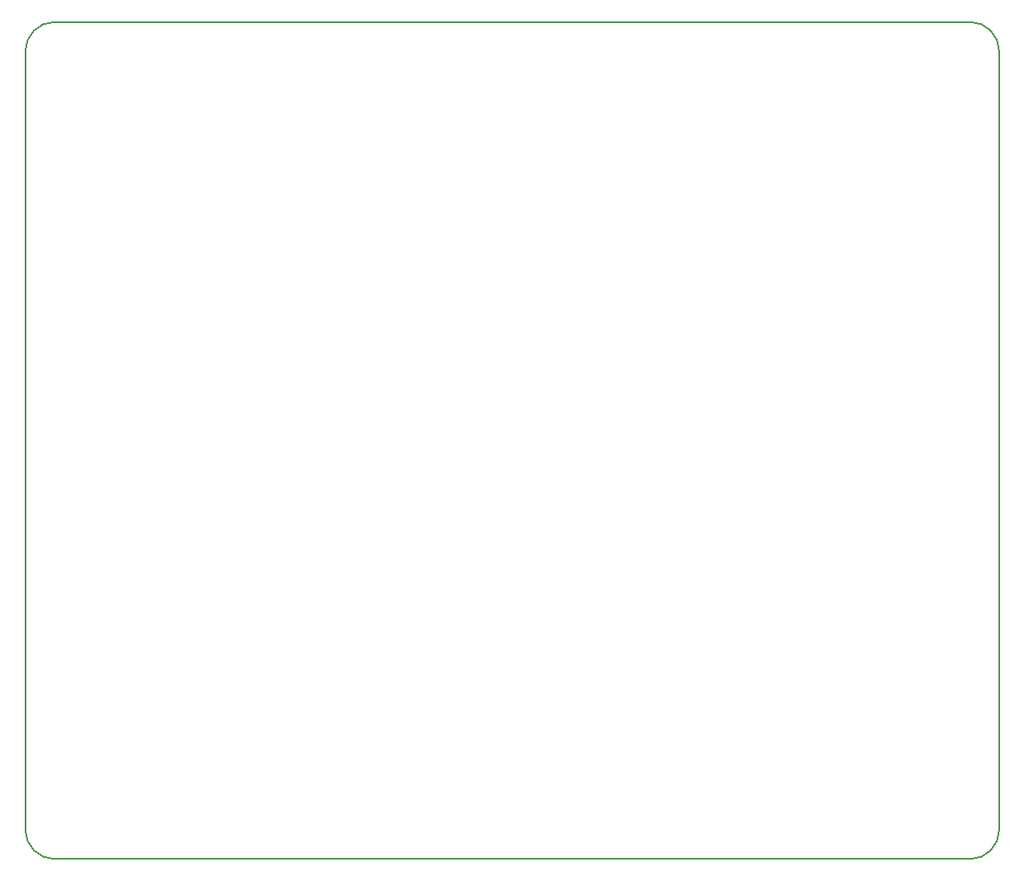
<source format=gm1>
G04 #@! TF.GenerationSoftware,KiCad,Pcbnew,9.0.1-9.0.1-0~ubuntu22.04.1*
G04 #@! TF.CreationDate,2025-04-10T12:51:45-07:00*
G04 #@! TF.ProjectId,kicad_port,6b696361-645f-4706-9f72-742e6b696361,rev?*
G04 #@! TF.SameCoordinates,Original*
G04 #@! TF.FileFunction,Profile,NP*
%FSLAX46Y46*%
G04 Gerber Fmt 4.6, Leading zero omitted, Abs format (unit mm)*
G04 Created by KiCad (PCBNEW 9.0.1-9.0.1-0~ubuntu22.04.1) date 2025-04-10 12:51:45*
%MOMM*%
%LPD*%
G01*
G04 APERTURE LIST*
G04 #@! TA.AperFunction,Profile*
%ADD10C,0.200000*%
G04 #@! TD*
G04 APERTURE END LIST*
D10*
X103000000Y-136000000D02*
G75*
G02*
X100000000Y-133000000I0J3000000D01*
G01*
X197000000Y-50000000D02*
G75*
G02*
X200000000Y-53000000I0J-3000000D01*
G01*
X200000000Y-133000000D02*
G75*
G02*
X197000000Y-136000000I-3000000J0D01*
G01*
X100000000Y-53000000D02*
G75*
G02*
X103000000Y-50000000I3000000J0D01*
G01*
X103000000Y-136000000D02*
X197000000Y-136000000D01*
X197000000Y-50000000D02*
X103000000Y-50000000D01*
X200000000Y-133000000D02*
X200000000Y-53000000D01*
X100000000Y-133000000D02*
X100000000Y-53000000D01*
M02*

</source>
